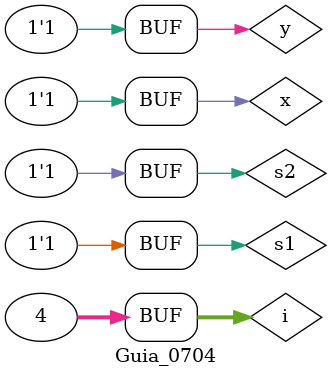
<source format=v>

module f0704_xor( output a, output b, input x, input y );
    xor  XOR1  ( a, x, y ); // saida do XOR
    xnor XNOR1 ( b, x, y ); // saida do XNOR
endmodule // f0704

// ------------------------- 
//  f0704 - GATES 
// ------------------------- 
module f0704_or( output a, output b, input x, input y );
    or  OR1  ( a, x, y ); // saida do OR
    nor NOR1 ( b, x, y ); // saida do NOR
endmodule // f0704

// ------------------------- 
//  Multiplexador com 2 bits para Selecao
// ------------------------- 
module mux ( output z, 
             input  a, input  b, input c, input d, 
             input select1, input select2 
           ); 
    // definir dados locais 
    wire not_select1; 
    wire not_select2; 
    wire sa; 
    wire sb; 
    wire sc; 
    wire sd; 
    // descrever por portas 
    not  NOT1 ( not_select1, select1 ); 
    not  NOT2 ( not_select2, select2 ); 
    and AND1 ( sa, a, not_select1, not_select2 ); 
    and AND2 ( sb, b, not_select1, select2 ); 
    and AND3 ( sc, c, select1, not_select2 ); 
    and AND4 ( sd, d, select1, select2 ); 
    or  OR1  ( z, sa, sb, sc, sd ); 
endmodule // mux 

// ------------------------- 
//  Guia_0704 - Modulo de Teste 
// -------------------------
module Guia_0704; 
    // ------------------------- definir dados 
    reg  x = 0, y = 0; // inputs
    reg  s1 = 0;       // input selecionavel
    reg  s2 = 0;       // input selecionavel
    wire z;            // output MUX
    wire a, b;         // output XOR/XNOR
    wire c, d;         // output OR/NOR
    integer i = 0;

    // instancias
    f0704_xor XOR1 ( a, b, x, y );
    f0704_or  OR1  ( c, d, x, y );
    mux MUX1( z, c, d, a, b, s1, s2 );

    // valores iniciais 
    initial begin: start 
        x=1'b0; y=1'b0; s1=1'b0; s2=1'b0;
    end // start
    
    // ------------------------- parte principal 
    initial begin : main 
        $display("Guia_0704 - Teste"); 
        $display("LU's module:");
        $display( "   x    y   OR   NOR  XOR XNOR  s1   s2   MUX" );
        $monitor("%4b %4b %4b %4b %4b %4b %4b %4b %4b ", x, y, c, d, a, b, s1, s2, z ); 
        for (i = 0; i < 4; i = i + 1) begin
            { x, y } = i;
            { s1, s2 } = i;
            #1;
        end // for
    end // main 
endmodule // Guia_0704 
</source>
